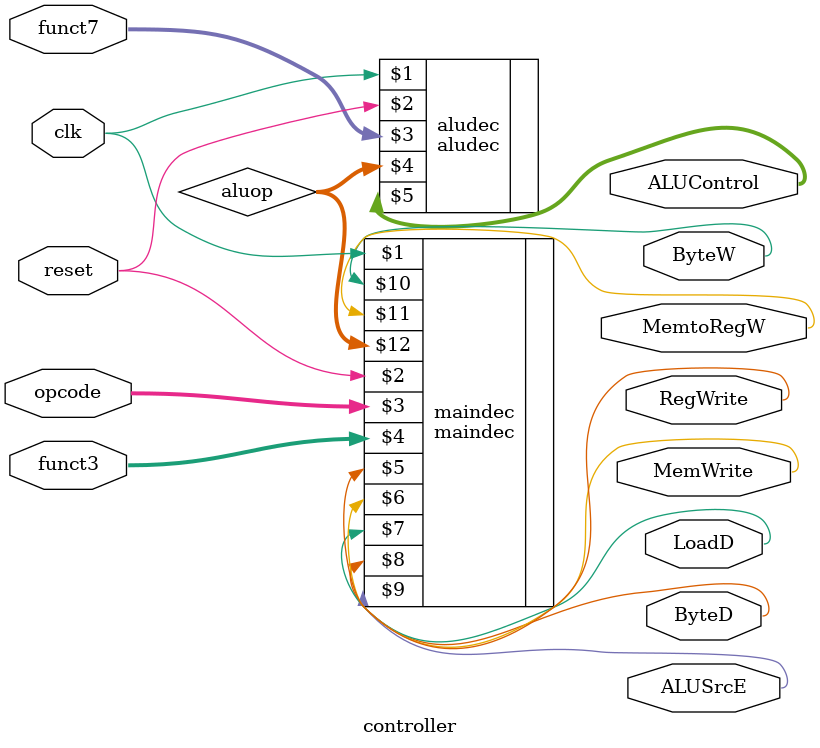
<source format=v>

module controller(input clk, reset,
                  input [6:0] opcode,
                  input [2:0] funct3,
                  input [6:0] funct7,
                  output RegWrite, MemWrite, LoadD, ByteD, ALUSrcE, ByteW, MemtoRegW,
                  output [2:0] ALUControl);

wire [1:0] aluop;

maindec maindec(clk, reset, opcode, funct3, RegWrite, MemWrite, LoadD, ByteD, ALUSrcE, ByteW, MemtoRegW, aluop);

aludec aludec(clk, reset, funct7, aluop, ALUControl);

always @(negedge clk)
begin
    $display("At %d:", $time);
    $display("CONTROLLER: funct3=%b, funct7=%b, opcode=%b, RegWrite=%b, MemWrite=%b, LoadD=%b, ByteD=%b, ALUSrcE=%b, ByteW=%b, MemtoRegW=%b, aluop=%b, ALUControl=%b"
             , funct3, funct7, opcode, RegWrite, MemWrite, LoadD, ByteD, ALUSrcE, ByteW, MemtoRegW, aluop, ALUControl);
    $display("------------------------------------------------------------------------------------------------------------------");

end

endmodule

</source>
